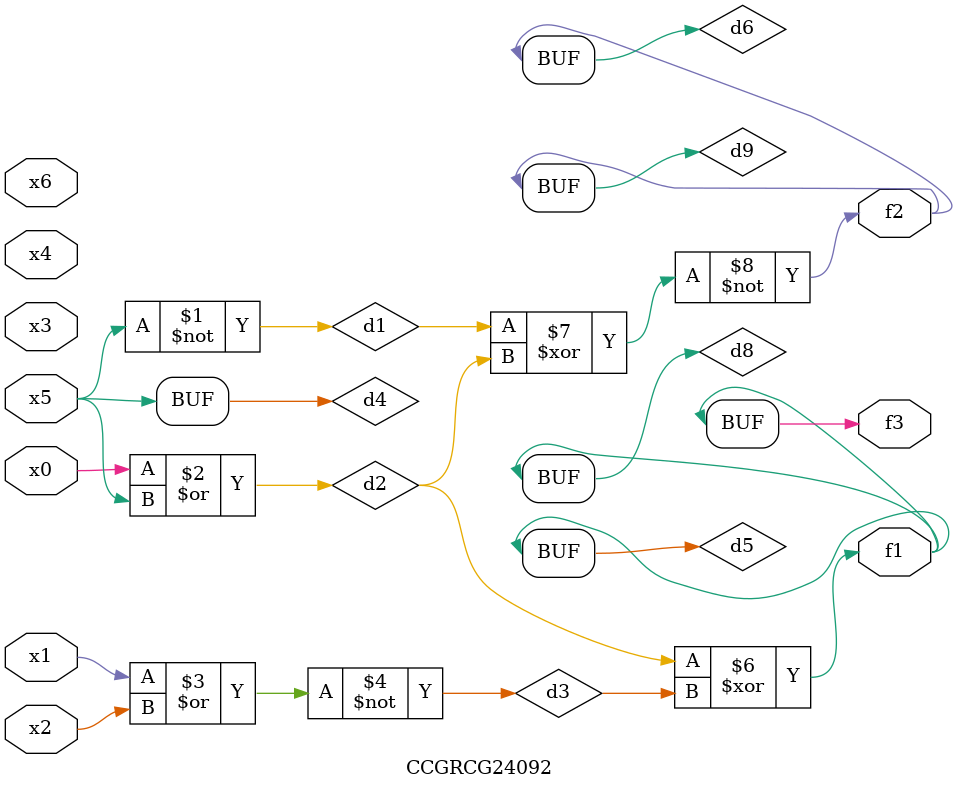
<source format=v>
module CCGRCG24092(
	input x0, x1, x2, x3, x4, x5, x6,
	output f1, f2, f3
);

	wire d1, d2, d3, d4, d5, d6, d7, d8, d9;

	nand (d1, x5);
	or (d2, x0, x5);
	nor (d3, x1, x2);
	xnor (d4, d1);
	xor (d5, d2, d3);
	xnor (d6, d1, d2);
	not (d7, x4);
	buf (d8, d5);
	xor (d9, d6);
	assign f1 = d8;
	assign f2 = d9;
	assign f3 = d8;
endmodule

</source>
